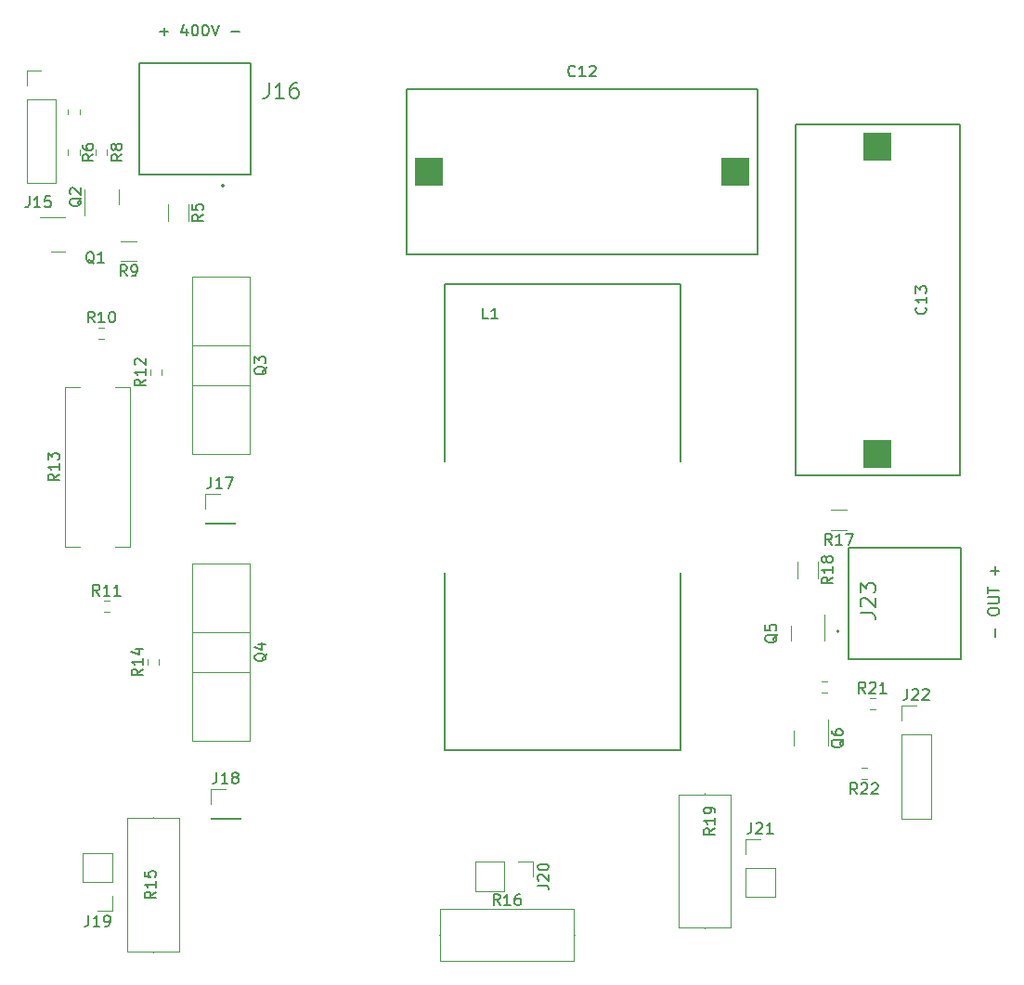
<source format=gbr>
%TF.GenerationSoftware,KiCad,Pcbnew,7.0.9*%
%TF.CreationDate,2023-12-08T23:47:41+01:00*%
%TF.ProjectId,SMPS_V1_power,534d5053-5f56-4315-9f70-6f7765722e6b,rev?*%
%TF.SameCoordinates,Original*%
%TF.FileFunction,Legend,Top*%
%TF.FilePolarity,Positive*%
%FSLAX46Y46*%
G04 Gerber Fmt 4.6, Leading zero omitted, Abs format (unit mm)*
G04 Created by KiCad (PCBNEW 7.0.9) date 2023-12-08 23:47:41*
%MOMM*%
%LPD*%
G01*
G04 APERTURE LIST*
%ADD10C,0.150000*%
%ADD11C,0.120000*%
%ADD12C,0.127000*%
%ADD13C,0.200000*%
%ADD14R,2.500000X2.500000*%
G04 APERTURE END LIST*
D10*
X272488866Y-96663220D02*
X272488866Y-95901316D01*
X271869819Y-94472744D02*
X271869819Y-94282268D01*
X271869819Y-94282268D02*
X271917438Y-94187030D01*
X271917438Y-94187030D02*
X272012676Y-94091792D01*
X272012676Y-94091792D02*
X272203152Y-94044173D01*
X272203152Y-94044173D02*
X272536485Y-94044173D01*
X272536485Y-94044173D02*
X272726961Y-94091792D01*
X272726961Y-94091792D02*
X272822200Y-94187030D01*
X272822200Y-94187030D02*
X272869819Y-94282268D01*
X272869819Y-94282268D02*
X272869819Y-94472744D01*
X272869819Y-94472744D02*
X272822200Y-94567982D01*
X272822200Y-94567982D02*
X272726961Y-94663220D01*
X272726961Y-94663220D02*
X272536485Y-94710839D01*
X272536485Y-94710839D02*
X272203152Y-94710839D01*
X272203152Y-94710839D02*
X272012676Y-94663220D01*
X272012676Y-94663220D02*
X271917438Y-94567982D01*
X271917438Y-94567982D02*
X271869819Y-94472744D01*
X271869819Y-93615601D02*
X272679342Y-93615601D01*
X272679342Y-93615601D02*
X272774580Y-93567982D01*
X272774580Y-93567982D02*
X272822200Y-93520363D01*
X272822200Y-93520363D02*
X272869819Y-93425125D01*
X272869819Y-93425125D02*
X272869819Y-93234649D01*
X272869819Y-93234649D02*
X272822200Y-93139411D01*
X272822200Y-93139411D02*
X272774580Y-93091792D01*
X272774580Y-93091792D02*
X272679342Y-93044173D01*
X272679342Y-93044173D02*
X271869819Y-93044173D01*
X271869819Y-92710839D02*
X271869819Y-92139411D01*
X272869819Y-92425125D02*
X271869819Y-92425125D01*
X272488866Y-91044172D02*
X272488866Y-90282268D01*
X272869819Y-90663220D02*
X272107914Y-90663220D01*
X196336779Y-41488866D02*
X197098684Y-41488866D01*
X196717731Y-41869819D02*
X196717731Y-41107914D01*
X198765350Y-41203152D02*
X198765350Y-41869819D01*
X198527255Y-40822200D02*
X198289160Y-41536485D01*
X198289160Y-41536485D02*
X198908207Y-41536485D01*
X199479636Y-40869819D02*
X199574874Y-40869819D01*
X199574874Y-40869819D02*
X199670112Y-40917438D01*
X199670112Y-40917438D02*
X199717731Y-40965057D01*
X199717731Y-40965057D02*
X199765350Y-41060295D01*
X199765350Y-41060295D02*
X199812969Y-41250771D01*
X199812969Y-41250771D02*
X199812969Y-41488866D01*
X199812969Y-41488866D02*
X199765350Y-41679342D01*
X199765350Y-41679342D02*
X199717731Y-41774580D01*
X199717731Y-41774580D02*
X199670112Y-41822200D01*
X199670112Y-41822200D02*
X199574874Y-41869819D01*
X199574874Y-41869819D02*
X199479636Y-41869819D01*
X199479636Y-41869819D02*
X199384398Y-41822200D01*
X199384398Y-41822200D02*
X199336779Y-41774580D01*
X199336779Y-41774580D02*
X199289160Y-41679342D01*
X199289160Y-41679342D02*
X199241541Y-41488866D01*
X199241541Y-41488866D02*
X199241541Y-41250771D01*
X199241541Y-41250771D02*
X199289160Y-41060295D01*
X199289160Y-41060295D02*
X199336779Y-40965057D01*
X199336779Y-40965057D02*
X199384398Y-40917438D01*
X199384398Y-40917438D02*
X199479636Y-40869819D01*
X200432017Y-40869819D02*
X200527255Y-40869819D01*
X200527255Y-40869819D02*
X200622493Y-40917438D01*
X200622493Y-40917438D02*
X200670112Y-40965057D01*
X200670112Y-40965057D02*
X200717731Y-41060295D01*
X200717731Y-41060295D02*
X200765350Y-41250771D01*
X200765350Y-41250771D02*
X200765350Y-41488866D01*
X200765350Y-41488866D02*
X200717731Y-41679342D01*
X200717731Y-41679342D02*
X200670112Y-41774580D01*
X200670112Y-41774580D02*
X200622493Y-41822200D01*
X200622493Y-41822200D02*
X200527255Y-41869819D01*
X200527255Y-41869819D02*
X200432017Y-41869819D01*
X200432017Y-41869819D02*
X200336779Y-41822200D01*
X200336779Y-41822200D02*
X200289160Y-41774580D01*
X200289160Y-41774580D02*
X200241541Y-41679342D01*
X200241541Y-41679342D02*
X200193922Y-41488866D01*
X200193922Y-41488866D02*
X200193922Y-41250771D01*
X200193922Y-41250771D02*
X200241541Y-41060295D01*
X200241541Y-41060295D02*
X200289160Y-40965057D01*
X200289160Y-40965057D02*
X200336779Y-40917438D01*
X200336779Y-40917438D02*
X200432017Y-40869819D01*
X201051065Y-40869819D02*
X201384398Y-41869819D01*
X201384398Y-41869819D02*
X201717731Y-40869819D01*
X202812970Y-41488866D02*
X203574875Y-41488866D01*
X200274819Y-58166666D02*
X199798628Y-58499999D01*
X200274819Y-58738094D02*
X199274819Y-58738094D01*
X199274819Y-58738094D02*
X199274819Y-58357142D01*
X199274819Y-58357142D02*
X199322438Y-58261904D01*
X199322438Y-58261904D02*
X199370057Y-58214285D01*
X199370057Y-58214285D02*
X199465295Y-58166666D01*
X199465295Y-58166666D02*
X199608152Y-58166666D01*
X199608152Y-58166666D02*
X199703390Y-58214285D01*
X199703390Y-58214285D02*
X199751009Y-58261904D01*
X199751009Y-58261904D02*
X199798628Y-58357142D01*
X199798628Y-58357142D02*
X199798628Y-58738094D01*
X199274819Y-57261904D02*
X199274819Y-57738094D01*
X199274819Y-57738094D02*
X199751009Y-57785713D01*
X199751009Y-57785713D02*
X199703390Y-57738094D01*
X199703390Y-57738094D02*
X199655771Y-57642856D01*
X199655771Y-57642856D02*
X199655771Y-57404761D01*
X199655771Y-57404761D02*
X199703390Y-57309523D01*
X199703390Y-57309523D02*
X199751009Y-57261904D01*
X199751009Y-57261904D02*
X199846247Y-57214285D01*
X199846247Y-57214285D02*
X200084342Y-57214285D01*
X200084342Y-57214285D02*
X200179580Y-57261904D01*
X200179580Y-57261904D02*
X200227200Y-57309523D01*
X200227200Y-57309523D02*
X200274819Y-57404761D01*
X200274819Y-57404761D02*
X200274819Y-57642856D01*
X200274819Y-57642856D02*
X200227200Y-57738094D01*
X200227200Y-57738094D02*
X200179580Y-57785713D01*
X201524476Y-109058819D02*
X201524476Y-109773104D01*
X201524476Y-109773104D02*
X201476857Y-109915961D01*
X201476857Y-109915961D02*
X201381619Y-110011200D01*
X201381619Y-110011200D02*
X201238762Y-110058819D01*
X201238762Y-110058819D02*
X201143524Y-110058819D01*
X202524476Y-110058819D02*
X201953048Y-110058819D01*
X202238762Y-110058819D02*
X202238762Y-109058819D01*
X202238762Y-109058819D02*
X202143524Y-109201676D01*
X202143524Y-109201676D02*
X202048286Y-109296914D01*
X202048286Y-109296914D02*
X201953048Y-109344533D01*
X203095905Y-109487390D02*
X203000667Y-109439771D01*
X203000667Y-109439771D02*
X202953048Y-109392152D01*
X202953048Y-109392152D02*
X202905429Y-109296914D01*
X202905429Y-109296914D02*
X202905429Y-109249295D01*
X202905429Y-109249295D02*
X202953048Y-109154057D01*
X202953048Y-109154057D02*
X203000667Y-109106438D01*
X203000667Y-109106438D02*
X203095905Y-109058819D01*
X203095905Y-109058819D02*
X203286381Y-109058819D01*
X203286381Y-109058819D02*
X203381619Y-109106438D01*
X203381619Y-109106438D02*
X203429238Y-109154057D01*
X203429238Y-109154057D02*
X203476857Y-109249295D01*
X203476857Y-109249295D02*
X203476857Y-109296914D01*
X203476857Y-109296914D02*
X203429238Y-109392152D01*
X203429238Y-109392152D02*
X203381619Y-109439771D01*
X203381619Y-109439771D02*
X203286381Y-109487390D01*
X203286381Y-109487390D02*
X203095905Y-109487390D01*
X203095905Y-109487390D02*
X203000667Y-109535009D01*
X203000667Y-109535009D02*
X202953048Y-109582628D01*
X202953048Y-109582628D02*
X202905429Y-109677866D01*
X202905429Y-109677866D02*
X202905429Y-109868342D01*
X202905429Y-109868342D02*
X202953048Y-109963580D01*
X202953048Y-109963580D02*
X203000667Y-110011200D01*
X203000667Y-110011200D02*
X203095905Y-110058819D01*
X203095905Y-110058819D02*
X203286381Y-110058819D01*
X203286381Y-110058819D02*
X203381619Y-110011200D01*
X203381619Y-110011200D02*
X203429238Y-109963580D01*
X203429238Y-109963580D02*
X203476857Y-109868342D01*
X203476857Y-109868342D02*
X203476857Y-109677866D01*
X203476857Y-109677866D02*
X203429238Y-109582628D01*
X203429238Y-109582628D02*
X203381619Y-109535009D01*
X203381619Y-109535009D02*
X203286381Y-109487390D01*
X195954819Y-119942857D02*
X195478628Y-120276190D01*
X195954819Y-120514285D02*
X194954819Y-120514285D01*
X194954819Y-120514285D02*
X194954819Y-120133333D01*
X194954819Y-120133333D02*
X195002438Y-120038095D01*
X195002438Y-120038095D02*
X195050057Y-119990476D01*
X195050057Y-119990476D02*
X195145295Y-119942857D01*
X195145295Y-119942857D02*
X195288152Y-119942857D01*
X195288152Y-119942857D02*
X195383390Y-119990476D01*
X195383390Y-119990476D02*
X195431009Y-120038095D01*
X195431009Y-120038095D02*
X195478628Y-120133333D01*
X195478628Y-120133333D02*
X195478628Y-120514285D01*
X195954819Y-118990476D02*
X195954819Y-119561904D01*
X195954819Y-119276190D02*
X194954819Y-119276190D01*
X194954819Y-119276190D02*
X195097676Y-119371428D01*
X195097676Y-119371428D02*
X195192914Y-119466666D01*
X195192914Y-119466666D02*
X195240533Y-119561904D01*
X194954819Y-118085714D02*
X194954819Y-118561904D01*
X194954819Y-118561904D02*
X195431009Y-118609523D01*
X195431009Y-118609523D02*
X195383390Y-118561904D01*
X195383390Y-118561904D02*
X195335771Y-118466666D01*
X195335771Y-118466666D02*
X195335771Y-118228571D01*
X195335771Y-118228571D02*
X195383390Y-118133333D01*
X195383390Y-118133333D02*
X195431009Y-118085714D01*
X195431009Y-118085714D02*
X195526247Y-118038095D01*
X195526247Y-118038095D02*
X195764342Y-118038095D01*
X195764342Y-118038095D02*
X195859580Y-118085714D01*
X195859580Y-118085714D02*
X195907200Y-118133333D01*
X195907200Y-118133333D02*
X195954819Y-118228571D01*
X195954819Y-118228571D02*
X195954819Y-118466666D01*
X195954819Y-118466666D02*
X195907200Y-118561904D01*
X195907200Y-118561904D02*
X195859580Y-118609523D01*
X206080057Y-72035238D02*
X206032438Y-72130476D01*
X206032438Y-72130476D02*
X205937200Y-72225714D01*
X205937200Y-72225714D02*
X205794342Y-72368571D01*
X205794342Y-72368571D02*
X205746723Y-72463809D01*
X205746723Y-72463809D02*
X205746723Y-72559047D01*
X205984819Y-72511428D02*
X205937200Y-72606666D01*
X205937200Y-72606666D02*
X205841961Y-72701904D01*
X205841961Y-72701904D02*
X205651485Y-72749523D01*
X205651485Y-72749523D02*
X205318152Y-72749523D01*
X205318152Y-72749523D02*
X205127676Y-72701904D01*
X205127676Y-72701904D02*
X205032438Y-72606666D01*
X205032438Y-72606666D02*
X204984819Y-72511428D01*
X204984819Y-72511428D02*
X204984819Y-72320952D01*
X204984819Y-72320952D02*
X205032438Y-72225714D01*
X205032438Y-72225714D02*
X205127676Y-72130476D01*
X205127676Y-72130476D02*
X205318152Y-72082857D01*
X205318152Y-72082857D02*
X205651485Y-72082857D01*
X205651485Y-72082857D02*
X205841961Y-72130476D01*
X205841961Y-72130476D02*
X205937200Y-72225714D01*
X205937200Y-72225714D02*
X205984819Y-72320952D01*
X205984819Y-72320952D02*
X205984819Y-72511428D01*
X204984819Y-71749523D02*
X204984819Y-71130476D01*
X204984819Y-71130476D02*
X205365771Y-71463809D01*
X205365771Y-71463809D02*
X205365771Y-71320952D01*
X205365771Y-71320952D02*
X205413390Y-71225714D01*
X205413390Y-71225714D02*
X205461009Y-71178095D01*
X205461009Y-71178095D02*
X205556247Y-71130476D01*
X205556247Y-71130476D02*
X205794342Y-71130476D01*
X205794342Y-71130476D02*
X205889580Y-71178095D01*
X205889580Y-71178095D02*
X205937200Y-71225714D01*
X205937200Y-71225714D02*
X205984819Y-71320952D01*
X205984819Y-71320952D02*
X205984819Y-71606666D01*
X205984819Y-71606666D02*
X205937200Y-71701904D01*
X205937200Y-71701904D02*
X205889580Y-71749523D01*
X193333333Y-63774819D02*
X193000000Y-63298628D01*
X192761905Y-63774819D02*
X192761905Y-62774819D01*
X192761905Y-62774819D02*
X193142857Y-62774819D01*
X193142857Y-62774819D02*
X193238095Y-62822438D01*
X193238095Y-62822438D02*
X193285714Y-62870057D01*
X193285714Y-62870057D02*
X193333333Y-62965295D01*
X193333333Y-62965295D02*
X193333333Y-63108152D01*
X193333333Y-63108152D02*
X193285714Y-63203390D01*
X193285714Y-63203390D02*
X193238095Y-63251009D01*
X193238095Y-63251009D02*
X193142857Y-63298628D01*
X193142857Y-63298628D02*
X192761905Y-63298628D01*
X193809524Y-63774819D02*
X194000000Y-63774819D01*
X194000000Y-63774819D02*
X194095238Y-63727200D01*
X194095238Y-63727200D02*
X194142857Y-63679580D01*
X194142857Y-63679580D02*
X194238095Y-63536723D01*
X194238095Y-63536723D02*
X194285714Y-63346247D01*
X194285714Y-63346247D02*
X194285714Y-62965295D01*
X194285714Y-62965295D02*
X194238095Y-62870057D01*
X194238095Y-62870057D02*
X194190476Y-62822438D01*
X194190476Y-62822438D02*
X194095238Y-62774819D01*
X194095238Y-62774819D02*
X193904762Y-62774819D01*
X193904762Y-62774819D02*
X193809524Y-62822438D01*
X193809524Y-62822438D02*
X193761905Y-62870057D01*
X193761905Y-62870057D02*
X193714286Y-62965295D01*
X193714286Y-62965295D02*
X193714286Y-63203390D01*
X193714286Y-63203390D02*
X193761905Y-63298628D01*
X193761905Y-63298628D02*
X193809524Y-63346247D01*
X193809524Y-63346247D02*
X193904762Y-63393866D01*
X193904762Y-63393866D02*
X194095238Y-63393866D01*
X194095238Y-63393866D02*
X194190476Y-63346247D01*
X194190476Y-63346247D02*
X194238095Y-63298628D01*
X194238095Y-63298628D02*
X194285714Y-63203390D01*
X266159580Y-66632857D02*
X266207200Y-66680476D01*
X266207200Y-66680476D02*
X266254819Y-66823333D01*
X266254819Y-66823333D02*
X266254819Y-66918571D01*
X266254819Y-66918571D02*
X266207200Y-67061428D01*
X266207200Y-67061428D02*
X266111961Y-67156666D01*
X266111961Y-67156666D02*
X266016723Y-67204285D01*
X266016723Y-67204285D02*
X265826247Y-67251904D01*
X265826247Y-67251904D02*
X265683390Y-67251904D01*
X265683390Y-67251904D02*
X265492914Y-67204285D01*
X265492914Y-67204285D02*
X265397676Y-67156666D01*
X265397676Y-67156666D02*
X265302438Y-67061428D01*
X265302438Y-67061428D02*
X265254819Y-66918571D01*
X265254819Y-66918571D02*
X265254819Y-66823333D01*
X265254819Y-66823333D02*
X265302438Y-66680476D01*
X265302438Y-66680476D02*
X265350057Y-66632857D01*
X266254819Y-65680476D02*
X266254819Y-66251904D01*
X266254819Y-65966190D02*
X265254819Y-65966190D01*
X265254819Y-65966190D02*
X265397676Y-66061428D01*
X265397676Y-66061428D02*
X265492914Y-66156666D01*
X265492914Y-66156666D02*
X265540533Y-66251904D01*
X265254819Y-65347142D02*
X265254819Y-64728095D01*
X265254819Y-64728095D02*
X265635771Y-65061428D01*
X265635771Y-65061428D02*
X265635771Y-64918571D01*
X265635771Y-64918571D02*
X265683390Y-64823333D01*
X265683390Y-64823333D02*
X265731009Y-64775714D01*
X265731009Y-64775714D02*
X265826247Y-64728095D01*
X265826247Y-64728095D02*
X266064342Y-64728095D01*
X266064342Y-64728095D02*
X266159580Y-64775714D01*
X266159580Y-64775714D02*
X266207200Y-64823333D01*
X266207200Y-64823333D02*
X266254819Y-64918571D01*
X266254819Y-64918571D02*
X266254819Y-65204285D01*
X266254819Y-65204285D02*
X266207200Y-65299523D01*
X266207200Y-65299523D02*
X266159580Y-65347142D01*
X206080057Y-98175238D02*
X206032438Y-98270476D01*
X206032438Y-98270476D02*
X205937200Y-98365714D01*
X205937200Y-98365714D02*
X205794342Y-98508571D01*
X205794342Y-98508571D02*
X205746723Y-98603809D01*
X205746723Y-98603809D02*
X205746723Y-98699047D01*
X205984819Y-98651428D02*
X205937200Y-98746666D01*
X205937200Y-98746666D02*
X205841961Y-98841904D01*
X205841961Y-98841904D02*
X205651485Y-98889523D01*
X205651485Y-98889523D02*
X205318152Y-98889523D01*
X205318152Y-98889523D02*
X205127676Y-98841904D01*
X205127676Y-98841904D02*
X205032438Y-98746666D01*
X205032438Y-98746666D02*
X204984819Y-98651428D01*
X204984819Y-98651428D02*
X204984819Y-98460952D01*
X204984819Y-98460952D02*
X205032438Y-98365714D01*
X205032438Y-98365714D02*
X205127676Y-98270476D01*
X205127676Y-98270476D02*
X205318152Y-98222857D01*
X205318152Y-98222857D02*
X205651485Y-98222857D01*
X205651485Y-98222857D02*
X205841961Y-98270476D01*
X205841961Y-98270476D02*
X205937200Y-98365714D01*
X205937200Y-98365714D02*
X205984819Y-98460952D01*
X205984819Y-98460952D02*
X205984819Y-98651428D01*
X205318152Y-97365714D02*
X205984819Y-97365714D01*
X204937200Y-97603809D02*
X205651485Y-97841904D01*
X205651485Y-97841904D02*
X205651485Y-97222857D01*
X258690057Y-106011738D02*
X258642438Y-106106976D01*
X258642438Y-106106976D02*
X258547200Y-106202214D01*
X258547200Y-106202214D02*
X258404342Y-106345071D01*
X258404342Y-106345071D02*
X258356723Y-106440309D01*
X258356723Y-106440309D02*
X258356723Y-106535547D01*
X258594819Y-106487928D02*
X258547200Y-106583166D01*
X258547200Y-106583166D02*
X258451961Y-106678404D01*
X258451961Y-106678404D02*
X258261485Y-106726023D01*
X258261485Y-106726023D02*
X257928152Y-106726023D01*
X257928152Y-106726023D02*
X257737676Y-106678404D01*
X257737676Y-106678404D02*
X257642438Y-106583166D01*
X257642438Y-106583166D02*
X257594819Y-106487928D01*
X257594819Y-106487928D02*
X257594819Y-106297452D01*
X257594819Y-106297452D02*
X257642438Y-106202214D01*
X257642438Y-106202214D02*
X257737676Y-106106976D01*
X257737676Y-106106976D02*
X257928152Y-106059357D01*
X257928152Y-106059357D02*
X258261485Y-106059357D01*
X258261485Y-106059357D02*
X258451961Y-106106976D01*
X258451961Y-106106976D02*
X258547200Y-106202214D01*
X258547200Y-106202214D02*
X258594819Y-106297452D01*
X258594819Y-106297452D02*
X258594819Y-106487928D01*
X257594819Y-105202214D02*
X257594819Y-105392690D01*
X257594819Y-105392690D02*
X257642438Y-105487928D01*
X257642438Y-105487928D02*
X257690057Y-105535547D01*
X257690057Y-105535547D02*
X257832914Y-105630785D01*
X257832914Y-105630785D02*
X258023390Y-105678404D01*
X258023390Y-105678404D02*
X258404342Y-105678404D01*
X258404342Y-105678404D02*
X258499580Y-105630785D01*
X258499580Y-105630785D02*
X258547200Y-105583166D01*
X258547200Y-105583166D02*
X258594819Y-105487928D01*
X258594819Y-105487928D02*
X258594819Y-105297452D01*
X258594819Y-105297452D02*
X258547200Y-105202214D01*
X258547200Y-105202214D02*
X258499580Y-105154595D01*
X258499580Y-105154595D02*
X258404342Y-105106976D01*
X258404342Y-105106976D02*
X258166247Y-105106976D01*
X258166247Y-105106976D02*
X258071009Y-105154595D01*
X258071009Y-105154595D02*
X258023390Y-105202214D01*
X258023390Y-105202214D02*
X257975771Y-105297452D01*
X257975771Y-105297452D02*
X257975771Y-105487928D01*
X257975771Y-105487928D02*
X258023390Y-105583166D01*
X258023390Y-105583166D02*
X258071009Y-105630785D01*
X258071009Y-105630785D02*
X258166247Y-105678404D01*
X190357142Y-68024819D02*
X190023809Y-67548628D01*
X189785714Y-68024819D02*
X189785714Y-67024819D01*
X189785714Y-67024819D02*
X190166666Y-67024819D01*
X190166666Y-67024819D02*
X190261904Y-67072438D01*
X190261904Y-67072438D02*
X190309523Y-67120057D01*
X190309523Y-67120057D02*
X190357142Y-67215295D01*
X190357142Y-67215295D02*
X190357142Y-67358152D01*
X190357142Y-67358152D02*
X190309523Y-67453390D01*
X190309523Y-67453390D02*
X190261904Y-67501009D01*
X190261904Y-67501009D02*
X190166666Y-67548628D01*
X190166666Y-67548628D02*
X189785714Y-67548628D01*
X191309523Y-68024819D02*
X190738095Y-68024819D01*
X191023809Y-68024819D02*
X191023809Y-67024819D01*
X191023809Y-67024819D02*
X190928571Y-67167676D01*
X190928571Y-67167676D02*
X190833333Y-67262914D01*
X190833333Y-67262914D02*
X190738095Y-67310533D01*
X191928571Y-67024819D02*
X192023809Y-67024819D01*
X192023809Y-67024819D02*
X192119047Y-67072438D01*
X192119047Y-67072438D02*
X192166666Y-67120057D01*
X192166666Y-67120057D02*
X192214285Y-67215295D01*
X192214285Y-67215295D02*
X192261904Y-67405771D01*
X192261904Y-67405771D02*
X192261904Y-67643866D01*
X192261904Y-67643866D02*
X192214285Y-67834342D01*
X192214285Y-67834342D02*
X192166666Y-67929580D01*
X192166666Y-67929580D02*
X192119047Y-67977200D01*
X192119047Y-67977200D02*
X192023809Y-68024819D01*
X192023809Y-68024819D02*
X191928571Y-68024819D01*
X191928571Y-68024819D02*
X191833333Y-67977200D01*
X191833333Y-67977200D02*
X191785714Y-67929580D01*
X191785714Y-67929580D02*
X191738095Y-67834342D01*
X191738095Y-67834342D02*
X191690476Y-67643866D01*
X191690476Y-67643866D02*
X191690476Y-67405771D01*
X191690476Y-67405771D02*
X191738095Y-67215295D01*
X191738095Y-67215295D02*
X191785714Y-67120057D01*
X191785714Y-67120057D02*
X191833333Y-67072438D01*
X191833333Y-67072438D02*
X191928571Y-67024819D01*
X189840476Y-122100819D02*
X189840476Y-122815104D01*
X189840476Y-122815104D02*
X189792857Y-122957961D01*
X189792857Y-122957961D02*
X189697619Y-123053200D01*
X189697619Y-123053200D02*
X189554762Y-123100819D01*
X189554762Y-123100819D02*
X189459524Y-123100819D01*
X190840476Y-123100819D02*
X190269048Y-123100819D01*
X190554762Y-123100819D02*
X190554762Y-122100819D01*
X190554762Y-122100819D02*
X190459524Y-122243676D01*
X190459524Y-122243676D02*
X190364286Y-122338914D01*
X190364286Y-122338914D02*
X190269048Y-122386533D01*
X191316667Y-123100819D02*
X191507143Y-123100819D01*
X191507143Y-123100819D02*
X191602381Y-123053200D01*
X191602381Y-123053200D02*
X191650000Y-123005580D01*
X191650000Y-123005580D02*
X191745238Y-122862723D01*
X191745238Y-122862723D02*
X191792857Y-122672247D01*
X191792857Y-122672247D02*
X191792857Y-122291295D01*
X191792857Y-122291295D02*
X191745238Y-122196057D01*
X191745238Y-122196057D02*
X191697619Y-122148438D01*
X191697619Y-122148438D02*
X191602381Y-122100819D01*
X191602381Y-122100819D02*
X191411905Y-122100819D01*
X191411905Y-122100819D02*
X191316667Y-122148438D01*
X191316667Y-122148438D02*
X191269048Y-122196057D01*
X191269048Y-122196057D02*
X191221429Y-122291295D01*
X191221429Y-122291295D02*
X191221429Y-122529390D01*
X191221429Y-122529390D02*
X191269048Y-122624628D01*
X191269048Y-122624628D02*
X191316667Y-122672247D01*
X191316667Y-122672247D02*
X191411905Y-122719866D01*
X191411905Y-122719866D02*
X191602381Y-122719866D01*
X191602381Y-122719866D02*
X191697619Y-122672247D01*
X191697619Y-122672247D02*
X191745238Y-122624628D01*
X191745238Y-122624628D02*
X191792857Y-122529390D01*
X257597142Y-88300819D02*
X257263809Y-87824628D01*
X257025714Y-88300819D02*
X257025714Y-87300819D01*
X257025714Y-87300819D02*
X257406666Y-87300819D01*
X257406666Y-87300819D02*
X257501904Y-87348438D01*
X257501904Y-87348438D02*
X257549523Y-87396057D01*
X257549523Y-87396057D02*
X257597142Y-87491295D01*
X257597142Y-87491295D02*
X257597142Y-87634152D01*
X257597142Y-87634152D02*
X257549523Y-87729390D01*
X257549523Y-87729390D02*
X257501904Y-87777009D01*
X257501904Y-87777009D02*
X257406666Y-87824628D01*
X257406666Y-87824628D02*
X257025714Y-87824628D01*
X258549523Y-88300819D02*
X257978095Y-88300819D01*
X258263809Y-88300819D02*
X258263809Y-87300819D01*
X258263809Y-87300819D02*
X258168571Y-87443676D01*
X258168571Y-87443676D02*
X258073333Y-87538914D01*
X258073333Y-87538914D02*
X257978095Y-87586533D01*
X258882857Y-87300819D02*
X259549523Y-87300819D01*
X259549523Y-87300819D02*
X259120952Y-88300819D01*
X190832142Y-92924819D02*
X190498809Y-92448628D01*
X190260714Y-92924819D02*
X190260714Y-91924819D01*
X190260714Y-91924819D02*
X190641666Y-91924819D01*
X190641666Y-91924819D02*
X190736904Y-91972438D01*
X190736904Y-91972438D02*
X190784523Y-92020057D01*
X190784523Y-92020057D02*
X190832142Y-92115295D01*
X190832142Y-92115295D02*
X190832142Y-92258152D01*
X190832142Y-92258152D02*
X190784523Y-92353390D01*
X190784523Y-92353390D02*
X190736904Y-92401009D01*
X190736904Y-92401009D02*
X190641666Y-92448628D01*
X190641666Y-92448628D02*
X190260714Y-92448628D01*
X191784523Y-92924819D02*
X191213095Y-92924819D01*
X191498809Y-92924819D02*
X191498809Y-91924819D01*
X191498809Y-91924819D02*
X191403571Y-92067676D01*
X191403571Y-92067676D02*
X191308333Y-92162914D01*
X191308333Y-92162914D02*
X191213095Y-92210533D01*
X192736904Y-92924819D02*
X192165476Y-92924819D01*
X192451190Y-92924819D02*
X192451190Y-91924819D01*
X192451190Y-91924819D02*
X192355952Y-92067676D01*
X192355952Y-92067676D02*
X192260714Y-92162914D01*
X192260714Y-92162914D02*
X192165476Y-92210533D01*
X206280667Y-46149866D02*
X206280667Y-47149866D01*
X206280667Y-47149866D02*
X206214000Y-47349866D01*
X206214000Y-47349866D02*
X206080667Y-47483200D01*
X206080667Y-47483200D02*
X205880667Y-47549866D01*
X205880667Y-47549866D02*
X205747334Y-47549866D01*
X207680667Y-47549866D02*
X206880667Y-47549866D01*
X207280667Y-47549866D02*
X207280667Y-46149866D01*
X207280667Y-46149866D02*
X207147334Y-46349866D01*
X207147334Y-46349866D02*
X207014001Y-46483200D01*
X207014001Y-46483200D02*
X206880667Y-46549866D01*
X208880667Y-46149866D02*
X208614000Y-46149866D01*
X208614000Y-46149866D02*
X208480667Y-46216533D01*
X208480667Y-46216533D02*
X208414000Y-46283200D01*
X208414000Y-46283200D02*
X208280667Y-46483200D01*
X208280667Y-46483200D02*
X208214000Y-46749866D01*
X208214000Y-46749866D02*
X208214000Y-47283200D01*
X208214000Y-47283200D02*
X208280667Y-47416533D01*
X208280667Y-47416533D02*
X208347334Y-47483200D01*
X208347334Y-47483200D02*
X208480667Y-47549866D01*
X208480667Y-47549866D02*
X208747334Y-47549866D01*
X208747334Y-47549866D02*
X208880667Y-47483200D01*
X208880667Y-47483200D02*
X208947334Y-47416533D01*
X208947334Y-47416533D02*
X209014000Y-47283200D01*
X209014000Y-47283200D02*
X209014000Y-46949866D01*
X209014000Y-46949866D02*
X208947334Y-46816533D01*
X208947334Y-46816533D02*
X208880667Y-46749866D01*
X208880667Y-46749866D02*
X208747334Y-46683200D01*
X208747334Y-46683200D02*
X208480667Y-46683200D01*
X208480667Y-46683200D02*
X208347334Y-46749866D01*
X208347334Y-46749866D02*
X208280667Y-46816533D01*
X208280667Y-46816533D02*
X208214000Y-46949866D01*
X190254819Y-52666666D02*
X189778628Y-52999999D01*
X190254819Y-53238094D02*
X189254819Y-53238094D01*
X189254819Y-53238094D02*
X189254819Y-52857142D01*
X189254819Y-52857142D02*
X189302438Y-52761904D01*
X189302438Y-52761904D02*
X189350057Y-52714285D01*
X189350057Y-52714285D02*
X189445295Y-52666666D01*
X189445295Y-52666666D02*
X189588152Y-52666666D01*
X189588152Y-52666666D02*
X189683390Y-52714285D01*
X189683390Y-52714285D02*
X189731009Y-52761904D01*
X189731009Y-52761904D02*
X189778628Y-52857142D01*
X189778628Y-52857142D02*
X189778628Y-53238094D01*
X189254819Y-51809523D02*
X189254819Y-51999999D01*
X189254819Y-51999999D02*
X189302438Y-52095237D01*
X189302438Y-52095237D02*
X189350057Y-52142856D01*
X189350057Y-52142856D02*
X189492914Y-52238094D01*
X189492914Y-52238094D02*
X189683390Y-52285713D01*
X189683390Y-52285713D02*
X190064342Y-52285713D01*
X190064342Y-52285713D02*
X190159580Y-52238094D01*
X190159580Y-52238094D02*
X190207200Y-52190475D01*
X190207200Y-52190475D02*
X190254819Y-52095237D01*
X190254819Y-52095237D02*
X190254819Y-51904761D01*
X190254819Y-51904761D02*
X190207200Y-51809523D01*
X190207200Y-51809523D02*
X190159580Y-51761904D01*
X190159580Y-51761904D02*
X190064342Y-51714285D01*
X190064342Y-51714285D02*
X189826247Y-51714285D01*
X189826247Y-51714285D02*
X189731009Y-51761904D01*
X189731009Y-51761904D02*
X189683390Y-51809523D01*
X189683390Y-51809523D02*
X189635771Y-51904761D01*
X189635771Y-51904761D02*
X189635771Y-52095237D01*
X189635771Y-52095237D02*
X189683390Y-52190475D01*
X189683390Y-52190475D02*
X189731009Y-52238094D01*
X189731009Y-52238094D02*
X189826247Y-52285713D01*
X259920142Y-111024819D02*
X259586809Y-110548628D01*
X259348714Y-111024819D02*
X259348714Y-110024819D01*
X259348714Y-110024819D02*
X259729666Y-110024819D01*
X259729666Y-110024819D02*
X259824904Y-110072438D01*
X259824904Y-110072438D02*
X259872523Y-110120057D01*
X259872523Y-110120057D02*
X259920142Y-110215295D01*
X259920142Y-110215295D02*
X259920142Y-110358152D01*
X259920142Y-110358152D02*
X259872523Y-110453390D01*
X259872523Y-110453390D02*
X259824904Y-110501009D01*
X259824904Y-110501009D02*
X259729666Y-110548628D01*
X259729666Y-110548628D02*
X259348714Y-110548628D01*
X260301095Y-110120057D02*
X260348714Y-110072438D01*
X260348714Y-110072438D02*
X260443952Y-110024819D01*
X260443952Y-110024819D02*
X260682047Y-110024819D01*
X260682047Y-110024819D02*
X260777285Y-110072438D01*
X260777285Y-110072438D02*
X260824904Y-110120057D01*
X260824904Y-110120057D02*
X260872523Y-110215295D01*
X260872523Y-110215295D02*
X260872523Y-110310533D01*
X260872523Y-110310533D02*
X260824904Y-110453390D01*
X260824904Y-110453390D02*
X260253476Y-111024819D01*
X260253476Y-111024819D02*
X260872523Y-111024819D01*
X261253476Y-110120057D02*
X261301095Y-110072438D01*
X261301095Y-110072438D02*
X261396333Y-110024819D01*
X261396333Y-110024819D02*
X261634428Y-110024819D01*
X261634428Y-110024819D02*
X261729666Y-110072438D01*
X261729666Y-110072438D02*
X261777285Y-110120057D01*
X261777285Y-110120057D02*
X261824904Y-110215295D01*
X261824904Y-110215295D02*
X261824904Y-110310533D01*
X261824904Y-110310533D02*
X261777285Y-110453390D01*
X261777285Y-110453390D02*
X261205857Y-111024819D01*
X261205857Y-111024819D02*
X261824904Y-111024819D01*
X252650057Y-96456738D02*
X252602438Y-96551976D01*
X252602438Y-96551976D02*
X252507200Y-96647214D01*
X252507200Y-96647214D02*
X252364342Y-96790071D01*
X252364342Y-96790071D02*
X252316723Y-96885309D01*
X252316723Y-96885309D02*
X252316723Y-96980547D01*
X252554819Y-96932928D02*
X252507200Y-97028166D01*
X252507200Y-97028166D02*
X252411961Y-97123404D01*
X252411961Y-97123404D02*
X252221485Y-97171023D01*
X252221485Y-97171023D02*
X251888152Y-97171023D01*
X251888152Y-97171023D02*
X251697676Y-97123404D01*
X251697676Y-97123404D02*
X251602438Y-97028166D01*
X251602438Y-97028166D02*
X251554819Y-96932928D01*
X251554819Y-96932928D02*
X251554819Y-96742452D01*
X251554819Y-96742452D02*
X251602438Y-96647214D01*
X251602438Y-96647214D02*
X251697676Y-96551976D01*
X251697676Y-96551976D02*
X251888152Y-96504357D01*
X251888152Y-96504357D02*
X252221485Y-96504357D01*
X252221485Y-96504357D02*
X252411961Y-96551976D01*
X252411961Y-96551976D02*
X252507200Y-96647214D01*
X252507200Y-96647214D02*
X252554819Y-96742452D01*
X252554819Y-96742452D02*
X252554819Y-96932928D01*
X251554819Y-95599595D02*
X251554819Y-96075785D01*
X251554819Y-96075785D02*
X252031009Y-96123404D01*
X252031009Y-96123404D02*
X251983390Y-96075785D01*
X251983390Y-96075785D02*
X251935771Y-95980547D01*
X251935771Y-95980547D02*
X251935771Y-95742452D01*
X251935771Y-95742452D02*
X251983390Y-95647214D01*
X251983390Y-95647214D02*
X252031009Y-95599595D01*
X252031009Y-95599595D02*
X252126247Y-95551976D01*
X252126247Y-95551976D02*
X252364342Y-95551976D01*
X252364342Y-95551976D02*
X252459580Y-95599595D01*
X252459580Y-95599595D02*
X252507200Y-95647214D01*
X252507200Y-95647214D02*
X252554819Y-95742452D01*
X252554819Y-95742452D02*
X252554819Y-95980547D01*
X252554819Y-95980547D02*
X252507200Y-96075785D01*
X252507200Y-96075785D02*
X252459580Y-96123404D01*
X226297333Y-67684819D02*
X225821143Y-67684819D01*
X225821143Y-67684819D02*
X225821143Y-66684819D01*
X227154476Y-67684819D02*
X226583048Y-67684819D01*
X226868762Y-67684819D02*
X226868762Y-66684819D01*
X226868762Y-66684819D02*
X226773524Y-66827676D01*
X226773524Y-66827676D02*
X226678286Y-66922914D01*
X226678286Y-66922914D02*
X226583048Y-66970533D01*
X257694819Y-91240857D02*
X257218628Y-91574190D01*
X257694819Y-91812285D02*
X256694819Y-91812285D01*
X256694819Y-91812285D02*
X256694819Y-91431333D01*
X256694819Y-91431333D02*
X256742438Y-91336095D01*
X256742438Y-91336095D02*
X256790057Y-91288476D01*
X256790057Y-91288476D02*
X256885295Y-91240857D01*
X256885295Y-91240857D02*
X257028152Y-91240857D01*
X257028152Y-91240857D02*
X257123390Y-91288476D01*
X257123390Y-91288476D02*
X257171009Y-91336095D01*
X257171009Y-91336095D02*
X257218628Y-91431333D01*
X257218628Y-91431333D02*
X257218628Y-91812285D01*
X257694819Y-90288476D02*
X257694819Y-90859904D01*
X257694819Y-90574190D02*
X256694819Y-90574190D01*
X256694819Y-90574190D02*
X256837676Y-90669428D01*
X256837676Y-90669428D02*
X256932914Y-90764666D01*
X256932914Y-90764666D02*
X256980533Y-90859904D01*
X257123390Y-89717047D02*
X257075771Y-89812285D01*
X257075771Y-89812285D02*
X257028152Y-89859904D01*
X257028152Y-89859904D02*
X256932914Y-89907523D01*
X256932914Y-89907523D02*
X256885295Y-89907523D01*
X256885295Y-89907523D02*
X256790057Y-89859904D01*
X256790057Y-89859904D02*
X256742438Y-89812285D01*
X256742438Y-89812285D02*
X256694819Y-89717047D01*
X256694819Y-89717047D02*
X256694819Y-89526571D01*
X256694819Y-89526571D02*
X256742438Y-89431333D01*
X256742438Y-89431333D02*
X256790057Y-89383714D01*
X256790057Y-89383714D02*
X256885295Y-89336095D01*
X256885295Y-89336095D02*
X256932914Y-89336095D01*
X256932914Y-89336095D02*
X257028152Y-89383714D01*
X257028152Y-89383714D02*
X257075771Y-89431333D01*
X257075771Y-89431333D02*
X257123390Y-89526571D01*
X257123390Y-89526571D02*
X257123390Y-89717047D01*
X257123390Y-89717047D02*
X257171009Y-89812285D01*
X257171009Y-89812285D02*
X257218628Y-89859904D01*
X257218628Y-89859904D02*
X257313866Y-89907523D01*
X257313866Y-89907523D02*
X257504342Y-89907523D01*
X257504342Y-89907523D02*
X257599580Y-89859904D01*
X257599580Y-89859904D02*
X257647200Y-89812285D01*
X257647200Y-89812285D02*
X257694819Y-89717047D01*
X257694819Y-89717047D02*
X257694819Y-89526571D01*
X257694819Y-89526571D02*
X257647200Y-89431333D01*
X257647200Y-89431333D02*
X257599580Y-89383714D01*
X257599580Y-89383714D02*
X257504342Y-89336095D01*
X257504342Y-89336095D02*
X257313866Y-89336095D01*
X257313866Y-89336095D02*
X257218628Y-89383714D01*
X257218628Y-89383714D02*
X257171009Y-89431333D01*
X257171009Y-89431333D02*
X257123390Y-89526571D01*
X227357142Y-121154819D02*
X227023809Y-120678628D01*
X226785714Y-121154819D02*
X226785714Y-120154819D01*
X226785714Y-120154819D02*
X227166666Y-120154819D01*
X227166666Y-120154819D02*
X227261904Y-120202438D01*
X227261904Y-120202438D02*
X227309523Y-120250057D01*
X227309523Y-120250057D02*
X227357142Y-120345295D01*
X227357142Y-120345295D02*
X227357142Y-120488152D01*
X227357142Y-120488152D02*
X227309523Y-120583390D01*
X227309523Y-120583390D02*
X227261904Y-120631009D01*
X227261904Y-120631009D02*
X227166666Y-120678628D01*
X227166666Y-120678628D02*
X226785714Y-120678628D01*
X228309523Y-121154819D02*
X227738095Y-121154819D01*
X228023809Y-121154819D02*
X228023809Y-120154819D01*
X228023809Y-120154819D02*
X227928571Y-120297676D01*
X227928571Y-120297676D02*
X227833333Y-120392914D01*
X227833333Y-120392914D02*
X227738095Y-120440533D01*
X229166666Y-120154819D02*
X228976190Y-120154819D01*
X228976190Y-120154819D02*
X228880952Y-120202438D01*
X228880952Y-120202438D02*
X228833333Y-120250057D01*
X228833333Y-120250057D02*
X228738095Y-120392914D01*
X228738095Y-120392914D02*
X228690476Y-120583390D01*
X228690476Y-120583390D02*
X228690476Y-120964342D01*
X228690476Y-120964342D02*
X228738095Y-121059580D01*
X228738095Y-121059580D02*
X228785714Y-121107200D01*
X228785714Y-121107200D02*
X228880952Y-121154819D01*
X228880952Y-121154819D02*
X229071428Y-121154819D01*
X229071428Y-121154819D02*
X229166666Y-121107200D01*
X229166666Y-121107200D02*
X229214285Y-121059580D01*
X229214285Y-121059580D02*
X229261904Y-120964342D01*
X229261904Y-120964342D02*
X229261904Y-120726247D01*
X229261904Y-120726247D02*
X229214285Y-120631009D01*
X229214285Y-120631009D02*
X229166666Y-120583390D01*
X229166666Y-120583390D02*
X229071428Y-120535771D01*
X229071428Y-120535771D02*
X228880952Y-120535771D01*
X228880952Y-120535771D02*
X228785714Y-120583390D01*
X228785714Y-120583390D02*
X228738095Y-120631009D01*
X228738095Y-120631009D02*
X228690476Y-120726247D01*
X190347761Y-62648057D02*
X190252523Y-62600438D01*
X190252523Y-62600438D02*
X190157285Y-62505200D01*
X190157285Y-62505200D02*
X190014428Y-62362342D01*
X190014428Y-62362342D02*
X189919190Y-62314723D01*
X189919190Y-62314723D02*
X189823952Y-62314723D01*
X189871571Y-62552819D02*
X189776333Y-62505200D01*
X189776333Y-62505200D02*
X189681095Y-62409961D01*
X189681095Y-62409961D02*
X189633476Y-62219485D01*
X189633476Y-62219485D02*
X189633476Y-61886152D01*
X189633476Y-61886152D02*
X189681095Y-61695676D01*
X189681095Y-61695676D02*
X189776333Y-61600438D01*
X189776333Y-61600438D02*
X189871571Y-61552819D01*
X189871571Y-61552819D02*
X190062047Y-61552819D01*
X190062047Y-61552819D02*
X190157285Y-61600438D01*
X190157285Y-61600438D02*
X190252523Y-61695676D01*
X190252523Y-61695676D02*
X190300142Y-61886152D01*
X190300142Y-61886152D02*
X190300142Y-62219485D01*
X190300142Y-62219485D02*
X190252523Y-62409961D01*
X190252523Y-62409961D02*
X190157285Y-62505200D01*
X190157285Y-62505200D02*
X190062047Y-62552819D01*
X190062047Y-62552819D02*
X189871571Y-62552819D01*
X191252523Y-62552819D02*
X190681095Y-62552819D01*
X190966809Y-62552819D02*
X190966809Y-61552819D01*
X190966809Y-61552819D02*
X190871571Y-61695676D01*
X190871571Y-61695676D02*
X190776333Y-61790914D01*
X190776333Y-61790914D02*
X190681095Y-61838533D01*
X195008819Y-73206857D02*
X194532628Y-73540190D01*
X195008819Y-73778285D02*
X194008819Y-73778285D01*
X194008819Y-73778285D02*
X194008819Y-73397333D01*
X194008819Y-73397333D02*
X194056438Y-73302095D01*
X194056438Y-73302095D02*
X194104057Y-73254476D01*
X194104057Y-73254476D02*
X194199295Y-73206857D01*
X194199295Y-73206857D02*
X194342152Y-73206857D01*
X194342152Y-73206857D02*
X194437390Y-73254476D01*
X194437390Y-73254476D02*
X194485009Y-73302095D01*
X194485009Y-73302095D02*
X194532628Y-73397333D01*
X194532628Y-73397333D02*
X194532628Y-73778285D01*
X195008819Y-72254476D02*
X195008819Y-72825904D01*
X195008819Y-72540190D02*
X194008819Y-72540190D01*
X194008819Y-72540190D02*
X194151676Y-72635428D01*
X194151676Y-72635428D02*
X194246914Y-72730666D01*
X194246914Y-72730666D02*
X194294533Y-72825904D01*
X194104057Y-71873523D02*
X194056438Y-71825904D01*
X194056438Y-71825904D02*
X194008819Y-71730666D01*
X194008819Y-71730666D02*
X194008819Y-71492571D01*
X194008819Y-71492571D02*
X194056438Y-71397333D01*
X194056438Y-71397333D02*
X194104057Y-71349714D01*
X194104057Y-71349714D02*
X194199295Y-71302095D01*
X194199295Y-71302095D02*
X194294533Y-71302095D01*
X194294533Y-71302095D02*
X194437390Y-71349714D01*
X194437390Y-71349714D02*
X195008819Y-71921142D01*
X195008819Y-71921142D02*
X195008819Y-71302095D01*
X260682142Y-101814819D02*
X260348809Y-101338628D01*
X260110714Y-101814819D02*
X260110714Y-100814819D01*
X260110714Y-100814819D02*
X260491666Y-100814819D01*
X260491666Y-100814819D02*
X260586904Y-100862438D01*
X260586904Y-100862438D02*
X260634523Y-100910057D01*
X260634523Y-100910057D02*
X260682142Y-101005295D01*
X260682142Y-101005295D02*
X260682142Y-101148152D01*
X260682142Y-101148152D02*
X260634523Y-101243390D01*
X260634523Y-101243390D02*
X260586904Y-101291009D01*
X260586904Y-101291009D02*
X260491666Y-101338628D01*
X260491666Y-101338628D02*
X260110714Y-101338628D01*
X261063095Y-100910057D02*
X261110714Y-100862438D01*
X261110714Y-100862438D02*
X261205952Y-100814819D01*
X261205952Y-100814819D02*
X261444047Y-100814819D01*
X261444047Y-100814819D02*
X261539285Y-100862438D01*
X261539285Y-100862438D02*
X261586904Y-100910057D01*
X261586904Y-100910057D02*
X261634523Y-101005295D01*
X261634523Y-101005295D02*
X261634523Y-101100533D01*
X261634523Y-101100533D02*
X261586904Y-101243390D01*
X261586904Y-101243390D02*
X261015476Y-101814819D01*
X261015476Y-101814819D02*
X261634523Y-101814819D01*
X262586904Y-101814819D02*
X262015476Y-101814819D01*
X262301190Y-101814819D02*
X262301190Y-100814819D01*
X262301190Y-100814819D02*
X262205952Y-100957676D01*
X262205952Y-100957676D02*
X262110714Y-101052914D01*
X262110714Y-101052914D02*
X262015476Y-101100533D01*
X264516476Y-101438819D02*
X264516476Y-102153104D01*
X264516476Y-102153104D02*
X264468857Y-102295961D01*
X264468857Y-102295961D02*
X264373619Y-102391200D01*
X264373619Y-102391200D02*
X264230762Y-102438819D01*
X264230762Y-102438819D02*
X264135524Y-102438819D01*
X264945048Y-101534057D02*
X264992667Y-101486438D01*
X264992667Y-101486438D02*
X265087905Y-101438819D01*
X265087905Y-101438819D02*
X265326000Y-101438819D01*
X265326000Y-101438819D02*
X265421238Y-101486438D01*
X265421238Y-101486438D02*
X265468857Y-101534057D01*
X265468857Y-101534057D02*
X265516476Y-101629295D01*
X265516476Y-101629295D02*
X265516476Y-101724533D01*
X265516476Y-101724533D02*
X265468857Y-101867390D01*
X265468857Y-101867390D02*
X264897429Y-102438819D01*
X264897429Y-102438819D02*
X265516476Y-102438819D01*
X265897429Y-101534057D02*
X265945048Y-101486438D01*
X265945048Y-101486438D02*
X266040286Y-101438819D01*
X266040286Y-101438819D02*
X266278381Y-101438819D01*
X266278381Y-101438819D02*
X266373619Y-101486438D01*
X266373619Y-101486438D02*
X266421238Y-101534057D01*
X266421238Y-101534057D02*
X266468857Y-101629295D01*
X266468857Y-101629295D02*
X266468857Y-101724533D01*
X266468857Y-101724533D02*
X266421238Y-101867390D01*
X266421238Y-101867390D02*
X265849810Y-102438819D01*
X265849810Y-102438819D02*
X266468857Y-102438819D01*
X234203142Y-45491580D02*
X234155523Y-45539200D01*
X234155523Y-45539200D02*
X234012666Y-45586819D01*
X234012666Y-45586819D02*
X233917428Y-45586819D01*
X233917428Y-45586819D02*
X233774571Y-45539200D01*
X233774571Y-45539200D02*
X233679333Y-45443961D01*
X233679333Y-45443961D02*
X233631714Y-45348723D01*
X233631714Y-45348723D02*
X233584095Y-45158247D01*
X233584095Y-45158247D02*
X233584095Y-45015390D01*
X233584095Y-45015390D02*
X233631714Y-44824914D01*
X233631714Y-44824914D02*
X233679333Y-44729676D01*
X233679333Y-44729676D02*
X233774571Y-44634438D01*
X233774571Y-44634438D02*
X233917428Y-44586819D01*
X233917428Y-44586819D02*
X234012666Y-44586819D01*
X234012666Y-44586819D02*
X234155523Y-44634438D01*
X234155523Y-44634438D02*
X234203142Y-44682057D01*
X235155523Y-45586819D02*
X234584095Y-45586819D01*
X234869809Y-45586819D02*
X234869809Y-44586819D01*
X234869809Y-44586819D02*
X234774571Y-44729676D01*
X234774571Y-44729676D02*
X234679333Y-44824914D01*
X234679333Y-44824914D02*
X234584095Y-44872533D01*
X235536476Y-44682057D02*
X235584095Y-44634438D01*
X235584095Y-44634438D02*
X235679333Y-44586819D01*
X235679333Y-44586819D02*
X235917428Y-44586819D01*
X235917428Y-44586819D02*
X236012666Y-44634438D01*
X236012666Y-44634438D02*
X236060285Y-44682057D01*
X236060285Y-44682057D02*
X236107904Y-44777295D01*
X236107904Y-44777295D02*
X236107904Y-44872533D01*
X236107904Y-44872533D02*
X236060285Y-45015390D01*
X236060285Y-45015390D02*
X235488857Y-45586819D01*
X235488857Y-45586819D02*
X236107904Y-45586819D01*
X184436476Y-56502819D02*
X184436476Y-57217104D01*
X184436476Y-57217104D02*
X184388857Y-57359961D01*
X184388857Y-57359961D02*
X184293619Y-57455200D01*
X184293619Y-57455200D02*
X184150762Y-57502819D01*
X184150762Y-57502819D02*
X184055524Y-57502819D01*
X185436476Y-57502819D02*
X184865048Y-57502819D01*
X185150762Y-57502819D02*
X185150762Y-56502819D01*
X185150762Y-56502819D02*
X185055524Y-56645676D01*
X185055524Y-56645676D02*
X184960286Y-56740914D01*
X184960286Y-56740914D02*
X184865048Y-56788533D01*
X186341238Y-56502819D02*
X185865048Y-56502819D01*
X185865048Y-56502819D02*
X185817429Y-56979009D01*
X185817429Y-56979009D02*
X185865048Y-56931390D01*
X185865048Y-56931390D02*
X185960286Y-56883771D01*
X185960286Y-56883771D02*
X186198381Y-56883771D01*
X186198381Y-56883771D02*
X186293619Y-56931390D01*
X186293619Y-56931390D02*
X186341238Y-56979009D01*
X186341238Y-56979009D02*
X186388857Y-57074247D01*
X186388857Y-57074247D02*
X186388857Y-57312342D01*
X186388857Y-57312342D02*
X186341238Y-57407580D01*
X186341238Y-57407580D02*
X186293619Y-57455200D01*
X186293619Y-57455200D02*
X186198381Y-57502819D01*
X186198381Y-57502819D02*
X185960286Y-57502819D01*
X185960286Y-57502819D02*
X185865048Y-57455200D01*
X185865048Y-57455200D02*
X185817429Y-57407580D01*
X201016476Y-82134819D02*
X201016476Y-82849104D01*
X201016476Y-82849104D02*
X200968857Y-82991961D01*
X200968857Y-82991961D02*
X200873619Y-83087200D01*
X200873619Y-83087200D02*
X200730762Y-83134819D01*
X200730762Y-83134819D02*
X200635524Y-83134819D01*
X202016476Y-83134819D02*
X201445048Y-83134819D01*
X201730762Y-83134819D02*
X201730762Y-82134819D01*
X201730762Y-82134819D02*
X201635524Y-82277676D01*
X201635524Y-82277676D02*
X201540286Y-82372914D01*
X201540286Y-82372914D02*
X201445048Y-82420533D01*
X202349810Y-82134819D02*
X203016476Y-82134819D01*
X203016476Y-82134819D02*
X202587905Y-83134819D01*
X260202366Y-94525332D02*
X261202366Y-94525332D01*
X261202366Y-94525332D02*
X261402366Y-94591999D01*
X261402366Y-94591999D02*
X261535700Y-94725332D01*
X261535700Y-94725332D02*
X261602366Y-94925332D01*
X261602366Y-94925332D02*
X261602366Y-95058666D01*
X260335700Y-93925332D02*
X260269033Y-93858665D01*
X260269033Y-93858665D02*
X260202366Y-93725332D01*
X260202366Y-93725332D02*
X260202366Y-93391999D01*
X260202366Y-93391999D02*
X260269033Y-93258665D01*
X260269033Y-93258665D02*
X260335700Y-93191999D01*
X260335700Y-93191999D02*
X260469033Y-93125332D01*
X260469033Y-93125332D02*
X260602366Y-93125332D01*
X260602366Y-93125332D02*
X260802366Y-93191999D01*
X260802366Y-93191999D02*
X261602366Y-93991999D01*
X261602366Y-93991999D02*
X261602366Y-93125332D01*
X260202366Y-92658666D02*
X260202366Y-91791999D01*
X260202366Y-91791999D02*
X260735700Y-92258666D01*
X260735700Y-92258666D02*
X260735700Y-92058666D01*
X260735700Y-92058666D02*
X260802366Y-91925332D01*
X260802366Y-91925332D02*
X260869033Y-91858666D01*
X260869033Y-91858666D02*
X261002366Y-91791999D01*
X261002366Y-91791999D02*
X261335700Y-91791999D01*
X261335700Y-91791999D02*
X261469033Y-91858666D01*
X261469033Y-91858666D02*
X261535700Y-91925332D01*
X261535700Y-91925332D02*
X261602366Y-92058666D01*
X261602366Y-92058666D02*
X261602366Y-92458666D01*
X261602366Y-92458666D02*
X261535700Y-92591999D01*
X261535700Y-92591999D02*
X261469033Y-92658666D01*
X250292476Y-113624819D02*
X250292476Y-114339104D01*
X250292476Y-114339104D02*
X250244857Y-114481961D01*
X250244857Y-114481961D02*
X250149619Y-114577200D01*
X250149619Y-114577200D02*
X250006762Y-114624819D01*
X250006762Y-114624819D02*
X249911524Y-114624819D01*
X250721048Y-113720057D02*
X250768667Y-113672438D01*
X250768667Y-113672438D02*
X250863905Y-113624819D01*
X250863905Y-113624819D02*
X251102000Y-113624819D01*
X251102000Y-113624819D02*
X251197238Y-113672438D01*
X251197238Y-113672438D02*
X251244857Y-113720057D01*
X251244857Y-113720057D02*
X251292476Y-113815295D01*
X251292476Y-113815295D02*
X251292476Y-113910533D01*
X251292476Y-113910533D02*
X251244857Y-114053390D01*
X251244857Y-114053390D02*
X250673429Y-114624819D01*
X250673429Y-114624819D02*
X251292476Y-114624819D01*
X252244857Y-114624819D02*
X251673429Y-114624819D01*
X251959143Y-114624819D02*
X251959143Y-113624819D01*
X251959143Y-113624819D02*
X251863905Y-113767676D01*
X251863905Y-113767676D02*
X251768667Y-113862914D01*
X251768667Y-113862914D02*
X251673429Y-113910533D01*
X194754819Y-99622857D02*
X194278628Y-99956190D01*
X194754819Y-100194285D02*
X193754819Y-100194285D01*
X193754819Y-100194285D02*
X193754819Y-99813333D01*
X193754819Y-99813333D02*
X193802438Y-99718095D01*
X193802438Y-99718095D02*
X193850057Y-99670476D01*
X193850057Y-99670476D02*
X193945295Y-99622857D01*
X193945295Y-99622857D02*
X194088152Y-99622857D01*
X194088152Y-99622857D02*
X194183390Y-99670476D01*
X194183390Y-99670476D02*
X194231009Y-99718095D01*
X194231009Y-99718095D02*
X194278628Y-99813333D01*
X194278628Y-99813333D02*
X194278628Y-100194285D01*
X194754819Y-98670476D02*
X194754819Y-99241904D01*
X194754819Y-98956190D02*
X193754819Y-98956190D01*
X193754819Y-98956190D02*
X193897676Y-99051428D01*
X193897676Y-99051428D02*
X193992914Y-99146666D01*
X193992914Y-99146666D02*
X194040533Y-99241904D01*
X194088152Y-97813333D02*
X194754819Y-97813333D01*
X193707200Y-98051428D02*
X194421485Y-98289523D01*
X194421485Y-98289523D02*
X194421485Y-97670476D01*
X189200057Y-56657738D02*
X189152438Y-56752976D01*
X189152438Y-56752976D02*
X189057200Y-56848214D01*
X189057200Y-56848214D02*
X188914342Y-56991071D01*
X188914342Y-56991071D02*
X188866723Y-57086309D01*
X188866723Y-57086309D02*
X188866723Y-57181547D01*
X189104819Y-57133928D02*
X189057200Y-57229166D01*
X189057200Y-57229166D02*
X188961961Y-57324404D01*
X188961961Y-57324404D02*
X188771485Y-57372023D01*
X188771485Y-57372023D02*
X188438152Y-57372023D01*
X188438152Y-57372023D02*
X188247676Y-57324404D01*
X188247676Y-57324404D02*
X188152438Y-57229166D01*
X188152438Y-57229166D02*
X188104819Y-57133928D01*
X188104819Y-57133928D02*
X188104819Y-56943452D01*
X188104819Y-56943452D02*
X188152438Y-56848214D01*
X188152438Y-56848214D02*
X188247676Y-56752976D01*
X188247676Y-56752976D02*
X188438152Y-56705357D01*
X188438152Y-56705357D02*
X188771485Y-56705357D01*
X188771485Y-56705357D02*
X188961961Y-56752976D01*
X188961961Y-56752976D02*
X189057200Y-56848214D01*
X189057200Y-56848214D02*
X189104819Y-56943452D01*
X189104819Y-56943452D02*
X189104819Y-57133928D01*
X188200057Y-56324404D02*
X188152438Y-56276785D01*
X188152438Y-56276785D02*
X188104819Y-56181547D01*
X188104819Y-56181547D02*
X188104819Y-55943452D01*
X188104819Y-55943452D02*
X188152438Y-55848214D01*
X188152438Y-55848214D02*
X188200057Y-55800595D01*
X188200057Y-55800595D02*
X188295295Y-55752976D01*
X188295295Y-55752976D02*
X188390533Y-55752976D01*
X188390533Y-55752976D02*
X188533390Y-55800595D01*
X188533390Y-55800595D02*
X189104819Y-56372023D01*
X189104819Y-56372023D02*
X189104819Y-55752976D01*
X187134819Y-81842857D02*
X186658628Y-82176190D01*
X187134819Y-82414285D02*
X186134819Y-82414285D01*
X186134819Y-82414285D02*
X186134819Y-82033333D01*
X186134819Y-82033333D02*
X186182438Y-81938095D01*
X186182438Y-81938095D02*
X186230057Y-81890476D01*
X186230057Y-81890476D02*
X186325295Y-81842857D01*
X186325295Y-81842857D02*
X186468152Y-81842857D01*
X186468152Y-81842857D02*
X186563390Y-81890476D01*
X186563390Y-81890476D02*
X186611009Y-81938095D01*
X186611009Y-81938095D02*
X186658628Y-82033333D01*
X186658628Y-82033333D02*
X186658628Y-82414285D01*
X187134819Y-80890476D02*
X187134819Y-81461904D01*
X187134819Y-81176190D02*
X186134819Y-81176190D01*
X186134819Y-81176190D02*
X186277676Y-81271428D01*
X186277676Y-81271428D02*
X186372914Y-81366666D01*
X186372914Y-81366666D02*
X186420533Y-81461904D01*
X186134819Y-80557142D02*
X186134819Y-79938095D01*
X186134819Y-79938095D02*
X186515771Y-80271428D01*
X186515771Y-80271428D02*
X186515771Y-80128571D01*
X186515771Y-80128571D02*
X186563390Y-80033333D01*
X186563390Y-80033333D02*
X186611009Y-79985714D01*
X186611009Y-79985714D02*
X186706247Y-79938095D01*
X186706247Y-79938095D02*
X186944342Y-79938095D01*
X186944342Y-79938095D02*
X187039580Y-79985714D01*
X187039580Y-79985714D02*
X187087200Y-80033333D01*
X187087200Y-80033333D02*
X187134819Y-80128571D01*
X187134819Y-80128571D02*
X187134819Y-80414285D01*
X187134819Y-80414285D02*
X187087200Y-80509523D01*
X187087200Y-80509523D02*
X187039580Y-80557142D01*
X192884819Y-52666666D02*
X192408628Y-52999999D01*
X192884819Y-53238094D02*
X191884819Y-53238094D01*
X191884819Y-53238094D02*
X191884819Y-52857142D01*
X191884819Y-52857142D02*
X191932438Y-52761904D01*
X191932438Y-52761904D02*
X191980057Y-52714285D01*
X191980057Y-52714285D02*
X192075295Y-52666666D01*
X192075295Y-52666666D02*
X192218152Y-52666666D01*
X192218152Y-52666666D02*
X192313390Y-52714285D01*
X192313390Y-52714285D02*
X192361009Y-52761904D01*
X192361009Y-52761904D02*
X192408628Y-52857142D01*
X192408628Y-52857142D02*
X192408628Y-53238094D01*
X192313390Y-52095237D02*
X192265771Y-52190475D01*
X192265771Y-52190475D02*
X192218152Y-52238094D01*
X192218152Y-52238094D02*
X192122914Y-52285713D01*
X192122914Y-52285713D02*
X192075295Y-52285713D01*
X192075295Y-52285713D02*
X191980057Y-52238094D01*
X191980057Y-52238094D02*
X191932438Y-52190475D01*
X191932438Y-52190475D02*
X191884819Y-52095237D01*
X191884819Y-52095237D02*
X191884819Y-51904761D01*
X191884819Y-51904761D02*
X191932438Y-51809523D01*
X191932438Y-51809523D02*
X191980057Y-51761904D01*
X191980057Y-51761904D02*
X192075295Y-51714285D01*
X192075295Y-51714285D02*
X192122914Y-51714285D01*
X192122914Y-51714285D02*
X192218152Y-51761904D01*
X192218152Y-51761904D02*
X192265771Y-51809523D01*
X192265771Y-51809523D02*
X192313390Y-51904761D01*
X192313390Y-51904761D02*
X192313390Y-52095237D01*
X192313390Y-52095237D02*
X192361009Y-52190475D01*
X192361009Y-52190475D02*
X192408628Y-52238094D01*
X192408628Y-52238094D02*
X192503866Y-52285713D01*
X192503866Y-52285713D02*
X192694342Y-52285713D01*
X192694342Y-52285713D02*
X192789580Y-52238094D01*
X192789580Y-52238094D02*
X192837200Y-52190475D01*
X192837200Y-52190475D02*
X192884819Y-52095237D01*
X192884819Y-52095237D02*
X192884819Y-51904761D01*
X192884819Y-51904761D02*
X192837200Y-51809523D01*
X192837200Y-51809523D02*
X192789580Y-51761904D01*
X192789580Y-51761904D02*
X192694342Y-51714285D01*
X192694342Y-51714285D02*
X192503866Y-51714285D01*
X192503866Y-51714285D02*
X192408628Y-51761904D01*
X192408628Y-51761904D02*
X192361009Y-51809523D01*
X192361009Y-51809523D02*
X192313390Y-51904761D01*
X246954819Y-114142857D02*
X246478628Y-114476190D01*
X246954819Y-114714285D02*
X245954819Y-114714285D01*
X245954819Y-114714285D02*
X245954819Y-114333333D01*
X245954819Y-114333333D02*
X246002438Y-114238095D01*
X246002438Y-114238095D02*
X246050057Y-114190476D01*
X246050057Y-114190476D02*
X246145295Y-114142857D01*
X246145295Y-114142857D02*
X246288152Y-114142857D01*
X246288152Y-114142857D02*
X246383390Y-114190476D01*
X246383390Y-114190476D02*
X246431009Y-114238095D01*
X246431009Y-114238095D02*
X246478628Y-114333333D01*
X246478628Y-114333333D02*
X246478628Y-114714285D01*
X246954819Y-113190476D02*
X246954819Y-113761904D01*
X246954819Y-113476190D02*
X245954819Y-113476190D01*
X245954819Y-113476190D02*
X246097676Y-113571428D01*
X246097676Y-113571428D02*
X246192914Y-113666666D01*
X246192914Y-113666666D02*
X246240533Y-113761904D01*
X246954819Y-112714285D02*
X246954819Y-112523809D01*
X246954819Y-112523809D02*
X246907200Y-112428571D01*
X246907200Y-112428571D02*
X246859580Y-112380952D01*
X246859580Y-112380952D02*
X246716723Y-112285714D01*
X246716723Y-112285714D02*
X246526247Y-112238095D01*
X246526247Y-112238095D02*
X246145295Y-112238095D01*
X246145295Y-112238095D02*
X246050057Y-112285714D01*
X246050057Y-112285714D02*
X246002438Y-112333333D01*
X246002438Y-112333333D02*
X245954819Y-112428571D01*
X245954819Y-112428571D02*
X245954819Y-112619047D01*
X245954819Y-112619047D02*
X246002438Y-112714285D01*
X246002438Y-112714285D02*
X246050057Y-112761904D01*
X246050057Y-112761904D02*
X246145295Y-112809523D01*
X246145295Y-112809523D02*
X246383390Y-112809523D01*
X246383390Y-112809523D02*
X246478628Y-112761904D01*
X246478628Y-112761904D02*
X246526247Y-112714285D01*
X246526247Y-112714285D02*
X246573866Y-112619047D01*
X246573866Y-112619047D02*
X246573866Y-112428571D01*
X246573866Y-112428571D02*
X246526247Y-112333333D01*
X246526247Y-112333333D02*
X246478628Y-112285714D01*
X246478628Y-112285714D02*
X246383390Y-112238095D01*
X230788819Y-119347523D02*
X231503104Y-119347523D01*
X231503104Y-119347523D02*
X231645961Y-119395142D01*
X231645961Y-119395142D02*
X231741200Y-119490380D01*
X231741200Y-119490380D02*
X231788819Y-119633237D01*
X231788819Y-119633237D02*
X231788819Y-119728475D01*
X230884057Y-118918951D02*
X230836438Y-118871332D01*
X230836438Y-118871332D02*
X230788819Y-118776094D01*
X230788819Y-118776094D02*
X230788819Y-118537999D01*
X230788819Y-118537999D02*
X230836438Y-118442761D01*
X230836438Y-118442761D02*
X230884057Y-118395142D01*
X230884057Y-118395142D02*
X230979295Y-118347523D01*
X230979295Y-118347523D02*
X231074533Y-118347523D01*
X231074533Y-118347523D02*
X231217390Y-118395142D01*
X231217390Y-118395142D02*
X231788819Y-118966570D01*
X231788819Y-118966570D02*
X231788819Y-118347523D01*
X230788819Y-117728475D02*
X230788819Y-117633237D01*
X230788819Y-117633237D02*
X230836438Y-117537999D01*
X230836438Y-117537999D02*
X230884057Y-117490380D01*
X230884057Y-117490380D02*
X230979295Y-117442761D01*
X230979295Y-117442761D02*
X231169771Y-117395142D01*
X231169771Y-117395142D02*
X231407866Y-117395142D01*
X231407866Y-117395142D02*
X231598342Y-117442761D01*
X231598342Y-117442761D02*
X231693580Y-117490380D01*
X231693580Y-117490380D02*
X231741200Y-117537999D01*
X231741200Y-117537999D02*
X231788819Y-117633237D01*
X231788819Y-117633237D02*
X231788819Y-117728475D01*
X231788819Y-117728475D02*
X231741200Y-117823713D01*
X231741200Y-117823713D02*
X231693580Y-117871332D01*
X231693580Y-117871332D02*
X231598342Y-117918951D01*
X231598342Y-117918951D02*
X231407866Y-117966570D01*
X231407866Y-117966570D02*
X231169771Y-117966570D01*
X231169771Y-117966570D02*
X230979295Y-117918951D01*
X230979295Y-117918951D02*
X230884057Y-117871332D01*
X230884057Y-117871332D02*
X230836438Y-117823713D01*
X230836438Y-117823713D02*
X230788819Y-117728475D01*
D11*
%TO.C,R5*%
X198910000Y-57272936D02*
X198910000Y-58727064D01*
X197090000Y-57272936D02*
X197090000Y-58727064D01*
%TO.C,J18*%
X201004000Y-110604000D02*
X202334000Y-110604000D01*
X201004000Y-111934000D02*
X201004000Y-110604000D01*
X201004000Y-113204000D02*
X201004000Y-113264000D01*
X201004000Y-113204000D02*
X203664000Y-113204000D01*
X201004000Y-113264000D02*
X203664000Y-113264000D01*
X203664000Y-113204000D02*
X203664000Y-113264000D01*
%TO.C,R15*%
X195758500Y-125480000D02*
X195758500Y-125370000D01*
X193388500Y-125370000D02*
X198128500Y-125370000D01*
X198128500Y-125370000D02*
X198128500Y-113230000D01*
X193388500Y-113230000D02*
X193388500Y-125370000D01*
X198128500Y-113230000D02*
X193388500Y-113230000D01*
X195758500Y-113120000D02*
X195758500Y-113230000D01*
%TO.C,R20*%
X257181258Y-101788500D02*
X256706742Y-101788500D01*
X257181258Y-100743500D02*
X256706742Y-100743500D01*
%TO.C,Q3*%
X204531000Y-63870000D02*
X199260000Y-63870000D01*
X204531000Y-63870000D02*
X204531000Y-80010000D01*
X199260000Y-63870000D02*
X199260000Y-80010000D01*
X204531000Y-70136000D02*
X199260000Y-70136000D01*
X204531000Y-73745000D02*
X199260000Y-73745000D01*
X204531000Y-80010000D02*
X199260000Y-80010000D01*
%TO.C,R9*%
X194227064Y-62410000D02*
X192772936Y-62410000D01*
X194227064Y-60590000D02*
X192772936Y-60590000D01*
D10*
%TO.C,C13*%
X254300000Y-81990000D02*
X254300000Y-65990000D01*
X269300000Y-81990000D02*
X254300000Y-81990000D01*
X254300000Y-65990000D02*
X254300000Y-49990000D01*
X254300000Y-49990000D02*
X269300000Y-49990000D01*
X269300000Y-49990000D02*
X269300000Y-81990000D01*
D11*
%TO.C,Q4*%
X204531000Y-90010000D02*
X199260000Y-90010000D01*
X204531000Y-90010000D02*
X204531000Y-106150000D01*
X199260000Y-90010000D02*
X199260000Y-106150000D01*
X204531000Y-96276000D02*
X199260000Y-96276000D01*
X204531000Y-99885000D02*
X199260000Y-99885000D01*
X204531000Y-106150000D02*
X199260000Y-106150000D01*
%TO.C,Q6*%
X257300000Y-105916500D02*
X257300000Y-104241500D01*
X257300000Y-105916500D02*
X257300000Y-106566500D01*
X254180000Y-105916500D02*
X254180000Y-105266500D01*
X254180000Y-105916500D02*
X254180000Y-106566500D01*
%TO.C,R10*%
X190762742Y-68477500D02*
X191237258Y-68477500D01*
X190762742Y-69522500D02*
X191237258Y-69522500D01*
%TO.C,J19*%
X191980000Y-121646000D02*
X190650000Y-121646000D01*
X191980000Y-120316000D02*
X191980000Y-121646000D01*
X191980000Y-119046000D02*
X191980000Y-116446000D01*
X191980000Y-119046000D02*
X189320000Y-119046000D01*
X191980000Y-116446000D02*
X189320000Y-116446000D01*
X189320000Y-119046000D02*
X189320000Y-116446000D01*
%TO.C,R17*%
X258967064Y-86936000D02*
X257512936Y-86936000D01*
X258967064Y-85116000D02*
X257512936Y-85116000D01*
%TO.C,R11*%
X191237742Y-93377500D02*
X191712258Y-93377500D01*
X191237742Y-94422500D02*
X191712258Y-94422500D01*
D12*
%TO.C,J16*%
X204620000Y-54550000D02*
X194460000Y-54550000D01*
X204620000Y-44350000D02*
X204620000Y-54550000D01*
X194460000Y-54550000D02*
X194460000Y-44350000D01*
X194460000Y-44350000D02*
X204620000Y-44350000D01*
D13*
X202180000Y-55550000D02*
G75*
G03*
X202180000Y-55550000I-100000J0D01*
G01*
D11*
%TO.C,R6*%
X189022500Y-52262742D02*
X189022500Y-52737258D01*
X187977500Y-52262742D02*
X187977500Y-52737258D01*
%TO.C,R22*%
X260800258Y-109662500D02*
X260325742Y-109662500D01*
X260800258Y-108617500D02*
X260325742Y-108617500D01*
%TO.C,Q5*%
X256980000Y-96361500D02*
X256980000Y-94686500D01*
X256980000Y-96361500D02*
X256980000Y-97011500D01*
X253860000Y-96361500D02*
X253860000Y-95711500D01*
X253860000Y-96361500D02*
X253860000Y-97011500D01*
D12*
%TO.C,L1*%
X222318000Y-64522000D02*
X243818000Y-64522000D01*
X222318000Y-80692000D02*
X222318000Y-64522000D01*
X222318000Y-107022000D02*
X222318000Y-90852000D01*
X243818000Y-64522000D02*
X243818000Y-80692000D01*
X243818000Y-107022000D02*
X222318000Y-107022000D01*
X243818000Y-107022000D02*
X243818000Y-90852000D01*
D11*
%TO.C,R18*%
X256330000Y-89870936D02*
X256330000Y-91325064D01*
X254510000Y-89870936D02*
X254510000Y-91325064D01*
%TO.C,R16*%
X221808000Y-123872000D02*
X221918000Y-123872000D01*
X221918000Y-121502000D02*
X221918000Y-126242000D01*
X221918000Y-126242000D02*
X234058000Y-126242000D01*
X234058000Y-121502000D02*
X221918000Y-121502000D01*
X234058000Y-126242000D02*
X234058000Y-121502000D01*
X234168000Y-123872000D02*
X234058000Y-123872000D01*
%TO.C,Q1*%
X187062500Y-58440000D02*
X185387500Y-58440000D01*
X187062500Y-58440000D02*
X187712500Y-58440000D01*
X187062500Y-61560000D02*
X186412500Y-61560000D01*
X187062500Y-61560000D02*
X187712500Y-61560000D01*
%TO.C,R12*%
X195461500Y-72801258D02*
X195461500Y-72326742D01*
X196506500Y-72801258D02*
X196506500Y-72326742D01*
%TO.C,R21*%
X261087742Y-102267500D02*
X261562258Y-102267500D01*
X261087742Y-103312500D02*
X261562258Y-103312500D01*
%TO.C,J22*%
X263996000Y-102984000D02*
X265326000Y-102984000D01*
X263996000Y-104314000D02*
X263996000Y-102984000D01*
X263996000Y-105584000D02*
X263996000Y-113264000D01*
X263996000Y-105584000D02*
X266656000Y-105584000D01*
X263996000Y-113264000D02*
X266656000Y-113264000D01*
X266656000Y-105584000D02*
X266656000Y-113264000D01*
%TO.C,R7*%
X187977500Y-49062258D02*
X187977500Y-48587742D01*
X189022500Y-49062258D02*
X189022500Y-48587742D01*
D10*
%TO.C,C12*%
X218846000Y-46776000D02*
X234846000Y-46776000D01*
X218846000Y-61776000D02*
X218846000Y-46776000D01*
X234846000Y-46776000D02*
X250846000Y-46776000D01*
X250846000Y-46776000D02*
X250846000Y-61776000D01*
X250846000Y-61776000D02*
X218846000Y-61776000D01*
D11*
%TO.C,J15*%
X184170000Y-45050000D02*
X185500000Y-45050000D01*
X184170000Y-46380000D02*
X184170000Y-45050000D01*
X184170000Y-47650000D02*
X184170000Y-55330000D01*
X184170000Y-47650000D02*
X186830000Y-47650000D01*
X184170000Y-55330000D02*
X186830000Y-55330000D01*
X186830000Y-47650000D02*
X186830000Y-55330000D01*
%TO.C,J17*%
X200496000Y-83680000D02*
X201826000Y-83680000D01*
X200496000Y-85010000D02*
X200496000Y-83680000D01*
X200496000Y-86280000D02*
X200496000Y-86340000D01*
X200496000Y-86280000D02*
X203156000Y-86280000D01*
X200496000Y-86340000D02*
X203156000Y-86340000D01*
X203156000Y-86280000D02*
X203156000Y-86340000D01*
D12*
%TO.C,J23*%
X259164500Y-98726000D02*
X259164500Y-88566000D01*
X269364500Y-98726000D02*
X259164500Y-98726000D01*
X259164500Y-88566000D02*
X269364500Y-88566000D01*
X269364500Y-88566000D02*
X269364500Y-98726000D01*
D13*
X258264500Y-96186000D02*
G75*
G03*
X258264500Y-96186000I-100000J0D01*
G01*
D11*
%TO.C,J21*%
X249772000Y-115170000D02*
X251102000Y-115170000D01*
X249772000Y-116500000D02*
X249772000Y-115170000D01*
X249772000Y-117770000D02*
X249772000Y-120370000D01*
X249772000Y-117770000D02*
X252432000Y-117770000D01*
X249772000Y-120370000D02*
X252432000Y-120370000D01*
X252432000Y-117770000D02*
X252432000Y-120370000D01*
%TO.C,R14*%
X195207500Y-99217258D02*
X195207500Y-98742742D01*
X196252500Y-99217258D02*
X196252500Y-98742742D01*
%TO.C,Q2*%
X189490000Y-56562500D02*
X189490000Y-58237500D01*
X189490000Y-56562500D02*
X189490000Y-55912500D01*
X192610000Y-56562500D02*
X192610000Y-57212500D01*
X192610000Y-56562500D02*
X192610000Y-55912500D01*
%TO.C,R13*%
X187680000Y-88470000D02*
X187680000Y-73930000D01*
X189010000Y-88470000D02*
X187680000Y-88470000D01*
X192290000Y-88470000D02*
X193620000Y-88470000D01*
X193620000Y-88470000D02*
X193620000Y-73930000D01*
X187680000Y-73930000D02*
X189010000Y-73930000D01*
X193620000Y-73930000D02*
X192290000Y-73930000D01*
%TO.C,R8*%
X191522500Y-52262742D02*
X191522500Y-52737258D01*
X190477500Y-52262742D02*
X190477500Y-52737258D01*
%TO.C,R19*%
X246022000Y-110940000D02*
X246022000Y-111050000D01*
X248392000Y-111050000D02*
X243652000Y-111050000D01*
X243652000Y-111050000D02*
X243652000Y-123190000D01*
X248392000Y-123190000D02*
X248392000Y-111050000D01*
X243652000Y-123190000D02*
X248392000Y-123190000D01*
X246022000Y-123300000D02*
X246022000Y-123190000D01*
%TO.C,J20*%
X230334000Y-117208000D02*
X230334000Y-118538000D01*
X229004000Y-117208000D02*
X230334000Y-117208000D01*
X227734000Y-117208000D02*
X225134000Y-117208000D01*
X227734000Y-117208000D02*
X227734000Y-119868000D01*
X225134000Y-117208000D02*
X225134000Y-119868000D01*
X227734000Y-119868000D02*
X225134000Y-119868000D01*
%TD*%
D14*
%TO.C,C13*%
X261800000Y-79990000D03*
X261800000Y-51990000D03*
%TD*%
%TO.C,C12*%
X220846000Y-54276000D03*
X248846000Y-54276000D03*
%TD*%
M02*

</source>
